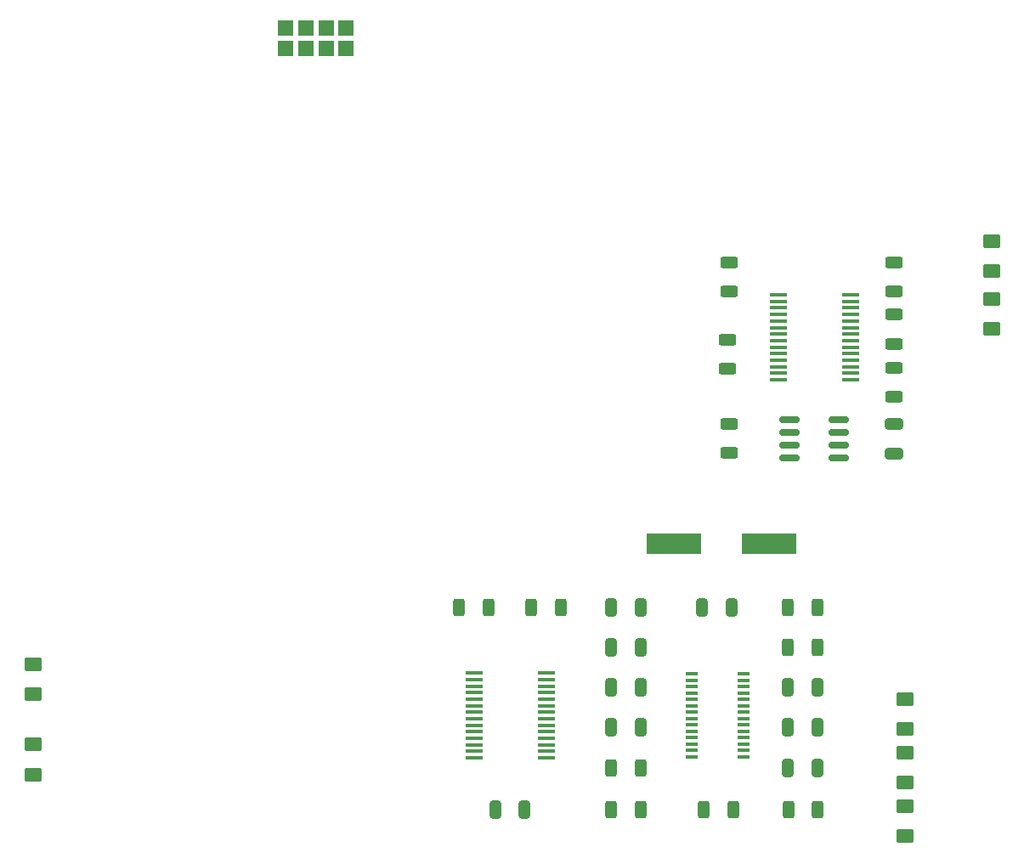
<source format=gbr>
%TF.GenerationSoftware,KiCad,Pcbnew,8.0.4-8.0.4-0~ubuntu22.04.1*%
%TF.CreationDate,2024-08-29T16:01:05-03:00*%
%TF.ProjectId,communication_board,636f6d6d-756e-4696-9361-74696f6e5f62,rev?*%
%TF.SameCoordinates,Original*%
%TF.FileFunction,Paste,Top*%
%TF.FilePolarity,Positive*%
%FSLAX46Y46*%
G04 Gerber Fmt 4.6, Leading zero omitted, Abs format (unit mm)*
G04 Created by KiCad (PCBNEW 8.0.4-8.0.4-0~ubuntu22.04.1) date 2024-08-29 16:01:05*
%MOMM*%
%LPD*%
G01*
G04 APERTURE LIST*
G04 Aperture macros list*
%AMRoundRect*
0 Rectangle with rounded corners*
0 $1 Rounding radius*
0 $2 $3 $4 $5 $6 $7 $8 $9 X,Y pos of 4 corners*
0 Add a 4 corners polygon primitive as box body*
4,1,4,$2,$3,$4,$5,$6,$7,$8,$9,$2,$3,0*
0 Add four circle primitives for the rounded corners*
1,1,$1+$1,$2,$3*
1,1,$1+$1,$4,$5*
1,1,$1+$1,$6,$7*
1,1,$1+$1,$8,$9*
0 Add four rect primitives between the rounded corners*
20,1,$1+$1,$2,$3,$4,$5,0*
20,1,$1+$1,$4,$5,$6,$7,0*
20,1,$1+$1,$6,$7,$8,$9,0*
20,1,$1+$1,$8,$9,$2,$3,0*%
G04 Aperture macros list end*
%ADD10RoundRect,0.250000X0.650000X-0.325000X0.650000X0.325000X-0.650000X0.325000X-0.650000X-0.325000X0*%
%ADD11R,1.200000X0.400000*%
%ADD12RoundRect,0.250000X-0.312500X-0.625000X0.312500X-0.625000X0.312500X0.625000X-0.312500X0.625000X0*%
%ADD13RoundRect,0.250000X0.325000X0.650000X-0.325000X0.650000X-0.325000X-0.650000X0.325000X-0.650000X0*%
%ADD14RoundRect,0.150000X-0.825000X-0.150000X0.825000X-0.150000X0.825000X0.150000X-0.825000X0.150000X0*%
%ADD15RoundRect,0.250000X0.312500X0.625000X-0.312500X0.625000X-0.312500X-0.625000X0.312500X-0.625000X0*%
%ADD16R,5.500000X2.000000*%
%ADD17RoundRect,0.250001X-0.624999X0.462499X-0.624999X-0.462499X0.624999X-0.462499X0.624999X0.462499X0*%
%ADD18R,1.524000X1.524000*%
%ADD19RoundRect,0.250001X0.624999X-0.462499X0.624999X0.462499X-0.624999X0.462499X-0.624999X-0.462499X0*%
%ADD20RoundRect,0.250000X-0.325000X-0.650000X0.325000X-0.650000X0.325000X0.650000X-0.325000X0.650000X0*%
%ADD21RoundRect,0.250000X0.625000X-0.312500X0.625000X0.312500X-0.625000X0.312500X-0.625000X-0.312500X0*%
%ADD22R,1.750000X0.450000*%
%ADD23RoundRect,0.250000X-0.625000X0.312500X-0.625000X-0.312500X0.625000X-0.312500X0.625000X0.312500X0*%
G04 APERTURE END LIST*
D10*
%TO.C,C10*%
X189200000Y-77000000D03*
X189200000Y-74050000D03*
%TD*%
D11*
%TO.C,U1*%
X168975000Y-98985000D03*
X168975000Y-99620000D03*
X168975000Y-100255000D03*
X168975000Y-100890000D03*
X168975000Y-101525000D03*
X168975000Y-102160000D03*
X168975000Y-102795000D03*
X168975000Y-103430000D03*
X168975000Y-104065000D03*
X168975000Y-104700000D03*
X168975000Y-105335000D03*
X168975000Y-105970000D03*
X168975000Y-106605000D03*
X168975000Y-107240000D03*
X174175000Y-107240000D03*
X174175000Y-106605000D03*
X174175000Y-105970000D03*
X174175000Y-105335000D03*
X174175000Y-104700000D03*
X174175000Y-104065000D03*
X174175000Y-103430000D03*
X174175000Y-102795000D03*
X174175000Y-102160000D03*
X174175000Y-101525000D03*
X174175000Y-100890000D03*
X174175000Y-100255000D03*
X174175000Y-99620000D03*
X174175000Y-98985000D03*
%TD*%
D12*
%TO.C,R4*%
X160977500Y-112490000D03*
X163902500Y-112490000D03*
%TD*%
D13*
%TO.C,C1*%
X163912500Y-96312500D03*
X160962500Y-96312500D03*
%TD*%
D14*
%TO.C,U4*%
X178708000Y-73619000D03*
X178708000Y-74889000D03*
X178708000Y-76159000D03*
X178708000Y-77429000D03*
X183658000Y-77429000D03*
X183658000Y-76159000D03*
X183658000Y-74889000D03*
X183658000Y-73619000D03*
%TD*%
D15*
%TO.C,R1*%
X163900000Y-108312500D03*
X160975000Y-108312500D03*
%TD*%
D12*
%TO.C,R5*%
X178612500Y-96312500D03*
X181537500Y-96312500D03*
%TD*%
D15*
%TO.C,R2*%
X173162500Y-112512500D03*
X170237500Y-112512500D03*
%TD*%
D16*
%TO.C,Y1*%
X167250000Y-86000000D03*
X176750000Y-86000000D03*
%TD*%
D13*
%TO.C,C3*%
X163912500Y-104312500D03*
X160962500Y-104312500D03*
%TD*%
D17*
%TO.C,D7*%
X198860000Y-55862500D03*
X198860000Y-58837500D03*
%TD*%
D15*
%TO.C,R6*%
X181537500Y-92312500D03*
X178612500Y-92312500D03*
%TD*%
D18*
%TO.C,REF\u002A\u002A*%
X128572000Y-34632000D03*
X130572000Y-34632000D03*
X132572000Y-34632000D03*
X134572000Y-34632000D03*
X128572000Y-36632000D03*
X130572000Y-36632000D03*
X132572000Y-36632000D03*
X134572000Y-36632000D03*
%TD*%
D19*
%TO.C,HUB1*%
X190246000Y-104484500D03*
X190246000Y-101509500D03*
%TD*%
D20*
%TO.C,C8*%
X178600000Y-100312500D03*
X181550000Y-100312500D03*
%TD*%
D12*
%TO.C,R9*%
X145837500Y-92312500D03*
X148762500Y-92312500D03*
%TD*%
D15*
%TO.C,R3*%
X181562500Y-112512500D03*
X178637500Y-112512500D03*
%TD*%
D21*
%TO.C,R14*%
X172700000Y-60862500D03*
X172700000Y-57937500D03*
%TD*%
D13*
%TO.C,C5*%
X163912500Y-92312500D03*
X160962500Y-92312500D03*
%TD*%
D21*
%TO.C,R13*%
X172600000Y-68562500D03*
X172600000Y-65637500D03*
%TD*%
D19*
%TO.C,D4*%
X103400000Y-108987500D03*
X103400000Y-106012500D03*
%TD*%
D22*
%TO.C,U3*%
X177608000Y-61199000D03*
X177608000Y-61849000D03*
X177608000Y-62499000D03*
X177608000Y-63149000D03*
X177608000Y-63799000D03*
X177608000Y-64449000D03*
X177608000Y-65099000D03*
X177608000Y-65749000D03*
X177608000Y-66399000D03*
X177608000Y-67049000D03*
X177608000Y-67699000D03*
X177608000Y-68349000D03*
X177608000Y-68999000D03*
X177608000Y-69649000D03*
X184808000Y-69649000D03*
X184808000Y-68999000D03*
X184808000Y-68349000D03*
X184808000Y-67699000D03*
X184808000Y-67049000D03*
X184808000Y-66399000D03*
X184808000Y-65749000D03*
X184808000Y-65099000D03*
X184808000Y-64449000D03*
X184808000Y-63799000D03*
X184808000Y-63149000D03*
X184808000Y-62499000D03*
X184808000Y-61849000D03*
X184808000Y-61199000D03*
%TD*%
D19*
%TO.C,MTRS1*%
X190246000Y-109818500D03*
X190246000Y-106843500D03*
%TD*%
D13*
%TO.C,C2*%
X163912500Y-100312500D03*
X160962500Y-100312500D03*
%TD*%
D19*
%TO.C,D5*%
X103400000Y-100987500D03*
X103400000Y-98012500D03*
%TD*%
D20*
%TO.C,C9*%
X149425000Y-112512500D03*
X152375000Y-112512500D03*
%TD*%
D22*
%TO.C,U2*%
X147300000Y-98887500D03*
X147300000Y-99537500D03*
X147300000Y-100187500D03*
X147300000Y-100837500D03*
X147300000Y-101487500D03*
X147300000Y-102137500D03*
X147300000Y-102787500D03*
X147300000Y-103437500D03*
X147300000Y-104087500D03*
X147300000Y-104737500D03*
X147300000Y-105387500D03*
X147300000Y-106037500D03*
X147300000Y-106687500D03*
X147300000Y-107337500D03*
X154500000Y-107337500D03*
X154500000Y-106687500D03*
X154500000Y-106037500D03*
X154500000Y-105387500D03*
X154500000Y-104737500D03*
X154500000Y-104087500D03*
X154500000Y-103437500D03*
X154500000Y-102787500D03*
X154500000Y-102137500D03*
X154500000Y-101487500D03*
X154500000Y-100837500D03*
X154500000Y-100187500D03*
X154500000Y-99537500D03*
X154500000Y-98887500D03*
%TD*%
D15*
%TO.C,R8*%
X155962500Y-92312500D03*
X153037500Y-92312500D03*
%TD*%
D21*
%TO.C,R12*%
X172700000Y-76962500D03*
X172700000Y-74037500D03*
%TD*%
D19*
%TO.C,D6*%
X198860000Y-64607500D03*
X198860000Y-61632500D03*
%TD*%
D13*
%TO.C,C6*%
X172975000Y-92312500D03*
X170025000Y-92312500D03*
%TD*%
D21*
%TO.C,R11*%
X189200000Y-66062500D03*
X189200000Y-63137500D03*
%TD*%
D20*
%TO.C,C4*%
X178600000Y-108312500D03*
X181550000Y-108312500D03*
%TD*%
D23*
%TO.C,R7*%
X189200000Y-68462500D03*
X189200000Y-71387500D03*
%TD*%
%TO.C,R10*%
X189200000Y-57937500D03*
X189200000Y-60862500D03*
%TD*%
D19*
%TO.C,IMU1*%
X190246000Y-115152500D03*
X190246000Y-112177500D03*
%TD*%
D20*
%TO.C,C7*%
X178600000Y-104312500D03*
X181550000Y-104312500D03*
%TD*%
M02*

</source>
